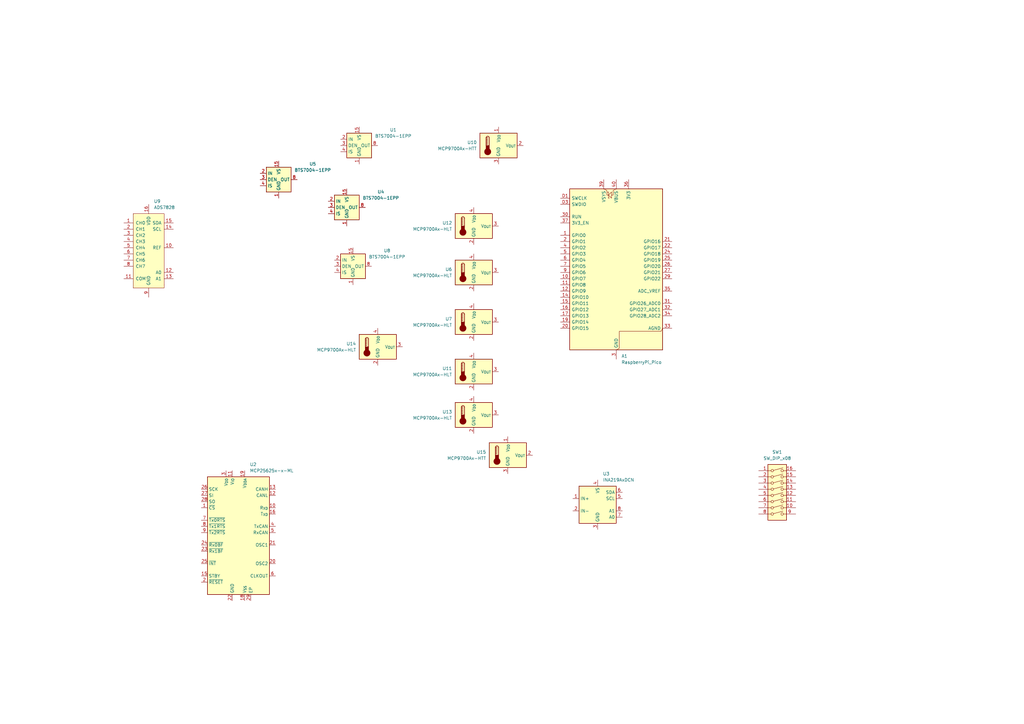
<source format=kicad_sch>
(kicad_sch (version 20250114) (generator "eeschema") (generator_version "9.0")
  (paper "A3")
  (lib_symbols
    (symbol "Analog_ADC:ADS7828" (pin_names (offset 1.016))
      (property "Reference" "U" (at -5.08 15.24 0))
      (property "Value" "ADS7828" (at 5.08 15.24 0))
      (symbol "ADS7828_0_1"
        (rectangle (start -6.35 13.97) (end 6.35 -16.51) (fill (type background)))
        (rectangle (start 6.35 -15.24) (end 6.35 -15.24))
      )
      (symbol "ADS7828_1_1"
        (pin input line (at -10.16 10.16 0) (length 3.81) (name "CH0") (number "1"))
        (pin input line (at -10.16 7.62 0) (length 3.81) (name "CH1") (number "2"))
        (pin input line (at -10.16 5.08 0) (length 3.81) (name "CH2") (number "3"))
        (pin input line (at -10.16 2.54 0) (length 3.81) (name "CH3") (number "4"))
        (pin input line (at -10.16 0 0) (length 3.81) (name "CH4") (number "5"))
        (pin input line (at -10.16 -2.54 0) (length 3.81) (name "CH5") (number "6"))
        (pin input line (at -10.16 -5.08 0) (length 3.81) (name "CH6") (number "7"))
        (pin input line (at -10.16 -7.62 0) (length 3.81) (name "CH7") (number "8"))
        (pin input line (at -10.16 -12.7 0) (length 3.81) (name "COM") (number "11"))
        (pin power_in line (at 0 17.78 270) (length 3.81) (name "VDD") (number "16"))
        (pin power_in line (at 0 -20.32 90) (length 3.81) (name "GND") (number "9"))
        (pin bidirectional line (at 10.16 10.16 180) (length 3.81) (name "SDA") (number "15"))
        (pin input line (at 10.16 7.62 180) (length 3.81) (name "SCL") (number "14"))
        (pin bidirectional line (at 10.16 0 180) (length 3.81) (name "REF") (number "10"))
        (pin input line (at 10.16 -10.16 180) (length 3.81) (name "A0") (number "12"))
        (pin input line (at 10.16 -12.7 180) (length 3.81) (name "A1") (number "13"))
      )
    )
    (symbol "Interface_CAN_LIN:MCP25625x-x-ML"
      (property "Reference" "U" (at -11.43 26.67 0))
      (property "Value" "MCP25625x-x-ML" (at 15.24 26.67 0))
      (symbol "MCP25625x-x-ML_0_1"
        (rectangle (start -12.7 25.4) (end 12.7 -22.86) (stroke (width 0.254)) (fill (type background)))
      )
      (symbol "MCP25625x-x-ML_1_0"
        (pin passive line (at 5.08 -25.4 90) (length 2.54) (name "EP") (number "29"))
      )
      (symbol "MCP25625x-x-ML_1_1"
        (pin input line (at -15.24 20.32 0) (length 2.54) (name "SCK") (number "26"))
        (pin input line (at -15.24 17.78 0) (length 2.54) (name "SI") (number "27"))
        (pin output line (at -15.24 15.24 0) (length 2.54) (name "SO") (number "28"))
        (pin input line (at -15.24 12.7 0) (length 2.54) (name "~{CS}") (number "1"))
        (pin input line (at -15.24 7.62 0) (length 2.54) (name "~{Tx0RTS}") (number "7"))
        (pin input line (at -15.24 5.08 0) (length 2.54) (name "~{Tx1RTS}") (number "8"))
        (pin input line (at -15.24 2.54 0) (length 2.54) (name "~{Tx2RTS}") (number "9"))
        (pin output line (at -15.24 -2.54 0) (length 2.54) (name "~{Rx0BF}") (number "24"))
        (pin output line (at -15.24 -5.08 0) (length 2.54) (name "~{Rx1BF}") (number "23"))
        (pin output line (at -15.24 -10.16 0) (length 2.54) (name "~{INT}") (number "25"))
        (pin input line (at -15.24 -15.24 0) (length 2.54) (name "STBY") (number "15"))
        (pin input line (at -15.24 -17.78 0) (length 2.54) (name "~{RESET}") (number "2"))
        (pin power_in line (at -5.08 27.94 270) (length 2.54) (name "V_{DD}") (number "3"))
        (pin power_in line (at -2.54 27.94 270) (length 2.54) (name "V_{IO}") (number "11"))
        (pin power_in line (at -2.54 -25.4 90) (length 2.54) (name "GND") (number "22"))
        (pin power_in line (at 2.54 27.94 270) (length 2.54) (name "V_{DDA}") (number "19"))
        (pin power_in line (at 2.54 -25.4 90) (length 2.54) (name "V_{SS}") (number "18"))
        (pin no_connect line (at 12.7 -17.78 180) (length 2.54) (hide yes) (name "NC") (number "14"))
        (pin no_connect line (at 12.7 -20.32 180) (length 2.54) (hide yes) (name "NC") (number "17"))
        (pin bidirectional line (at 15.24 20.32 180) (length 2.54) (name "CANH") (number "13"))
        (pin bidirectional line (at 15.24 17.78 180) (length 2.54) (name "CANL") (number "12"))
        (pin output line (at 15.24 12.7 180) (length 2.54) (name "R_{XD}") (number "10"))
        (pin input line (at 15.24 10.16 180) (length 2.54) (name "T_{XD}") (number "16"))
        (pin output line (at 15.24 5.08 180) (length 2.54) (name "TxCAN") (number "4"))
        (pin input line (at 15.24 2.54 180) (length 2.54) (name "RxCAN") (number "5"))
        (pin input line (at 15.24 -2.54 180) (length 2.54) (name "OSC1") (number "21"))
        (pin output line (at 15.24 -10.16 180) (length 2.54) (name "OSC2") (number "20"))
        (pin output line (at 15.24 -15.24 180) (length 2.54) (name "CLKOUT") (number "6"))
      )
    )
    (symbol "MCU_Module:RaspberryPi_Pico_Debug" (pin_names (offset 0.762))
      (property "Reference" "A" (at -19.05 35.56 0))
      (property "Value" "RaspberryPi_Pico" (at 7.62 35.56 0))
      (symbol "RaspberryPi_Pico_Debug_0_1"
        (rectangle (start -19.05 34.29) (end 19.05 -31.75) (stroke (width 0.254)) (fill (type background)))
        (polyline (pts (xy -5.08 34.29) (xy -3.81 33.655) (xy -3.81 31.75) (xy -3.175 31.75)))
        (polyline (pts (xy -3.429 32.766) (xy -3.429 33.02) (xy -3.175 33.02) (xy -3.175 30.48) (xy -2.921 30.48) (xy -2.921 30.734)))
        (polyline (pts (xy -3.175 31.75) (xy -1.905 33.02) (xy -1.905 30.48) (xy -3.175 31.75)))
        (polyline (pts (xy 0 34.29) (xy -1.27 33.655) (xy -1.27 31.75) (xy -1.905 31.75)))
        (polyline (pts (xy 0 -31.75) (xy 1.27 -31.115) (xy 1.27 -24.13) (xy 18.415 -24.13) (xy 19.05 -22.86)))
      )
      (symbol "RaspberryPi_Pico_Debug_1_1"
        (pin input line (at -22.86 30.48 0) (length 3.81) (name "SWCLK") (number "D1"))
        (pin bidirectional line (at -22.86 27.94 0) (length 3.81) (name "SWDIO") (number "D3"))
        (pin passive line (at -22.86 22.86 0) (length 3.81) (name "RUN") (number "30"))
        (pin passive line (at -22.86 20.32 0) (length 3.81) (name "3V3_EN") (number "37"))
        (pin bidirectional line (at -22.86 15.24 0) (length 3.81) (name "GPIO0") (number "1"))
        (pin bidirectional line (at -22.86 12.7 0) (length 3.81) (name "GPIO1") (number "2"))
        (pin bidirectional line (at -22.86 10.16 0) (length 3.81) (name "GPIO2") (number "4"))
        (pin bidirectional line (at -22.86 7.62 0) (length 3.81) (name "GPIO3") (number "5"))
        (pin bidirectional line (at -22.86 5.08 0) (length 3.81) (name "GPIO4") (number "6"))
        (pin bidirectional line (at -22.86 2.54 0) (length 3.81) (name "GPIO5") (number "7"))
        (pin bidirectional line (at -22.86 0 0) (length 3.81) (name "GPIO6") (number "9"))
        (pin bidirectional line (at -22.86 -2.54 0) (length 3.81) (name "GPIO7") (number "10"))
        (pin bidirectional line (at -22.86 -5.08 0) (length 3.81) (name "GPIO8") (number "11"))
        (pin bidirectional line (at -22.86 -7.62 0) (length 3.81) (name "GPIO9") (number "12"))
        (pin bidirectional line (at -22.86 -10.16 0) (length 3.81) (name "GPIO10") (number "14"))
        (pin bidirectional line (at -22.86 -12.7 0) (length 3.81) (name "GPIO11") (number "15"))
        (pin bidirectional line (at -22.86 -15.24 0) (length 3.81) (name "GPIO12") (number "16"))
        (pin bidirectional line (at -22.86 -17.78 0) (length 3.81) (name "GPIO13") (number "17"))
        (pin bidirectional line (at -22.86 -20.32 0) (length 3.81) (name "GPIO14") (number "19"))
        (pin bidirectional line (at -22.86 -22.86 0) (length 3.81) (name "GPIO15") (number "20"))
        (pin power_in line (at -5.08 38.1 270) (length 3.81) (name "VSYS") (number "39"))
        (pin power_out line (at 0 38.1 270) (length 3.81) (name "VBUS") (number "40"))
        (pin passive line (at 0 -35.56 90) (length 3.81) (hide yes) (name "GND") (number "13"))
        (pin passive line (at 0 -35.56 90) (length 3.81) (hide yes) (name "GND") (number "18"))
        (pin passive line (at 0 -35.56 90) (length 3.81) (hide yes) (name "GND") (number "23"))
        (pin passive line (at 0 -35.56 90) (length 3.81) (hide yes) (name "GND") (number "28"))
        (pin power_out line (at 0 -35.56 90) (length 3.81) (name "GND") (number "3"))
        (pin passive line (at 0 -35.56 90) (length 3.81) (hide yes) (name "GND") (number "38"))
        (pin passive line (at 0 -35.56 90) (length 3.81) (hide yes) (name "GND") (number "8"))
        (pin passive line (at 0 -35.56 90) (length 3.81) (hide yes) (name "GND") (number "D2"))
        (pin power_out line (at 5.08 38.1 270) (length 3.81) (name "3V3") (number "36"))
        (pin bidirectional line (at 22.86 12.7 180) (length 3.81) (name "GPIO16") (number "21"))
        (pin bidirectional line (at 22.86 10.16 180) (length 3.81) (name "GPIO17") (number "22"))
        (pin bidirectional line (at 22.86 7.62 180) (length 3.81) (name "GPIO18") (number "24"))
        (pin bidirectional line (at 22.86 5.08 180) (length 3.81) (name "GPIO19") (number "25"))
        (pin bidirectional line (at 22.86 2.54 180) (length 3.81) (name "GPIO20") (number "26"))
        (pin bidirectional line (at 22.86 0 180) (length 3.81) (name "GPIO21") (number "27"))
        (pin bidirectional line (at 22.86 -2.54 180) (length 3.81) (name "GPIO22") (number "29"))
        (pin power_in line (at 22.86 -7.62 180) (length 3.81) (name "ADC_VREF") (number "35"))
        (pin bidirectional line (at 22.86 -12.7 180) (length 3.81) (name "GPIO26_ADC0") (number "31"))
        (pin bidirectional line (at 22.86 -15.24 180) (length 3.81) (name "GPIO27_ADC1") (number "32"))
        (pin bidirectional line (at 22.86 -17.78 180) (length 3.81) (name "GPIO28_ADC2") (number "34"))
        (pin power_out line (at 22.86 -22.86 180) (length 3.81) (name "AGND") (number "33"))
      )
    )
    (symbol "Power_Management:BTS7004-1EPP"
      (property "Reference" "U" (at -3.81 6.35 0))
      (property "Value" "BTS7004-1EPP" (at 7.62 6.35 0))
      (symbol "BTS7004-1EPP_0_1"
        (rectangle (start -5.08 5.08) (end 5.08 -5.08) (stroke (width 0.254)) (fill (type background)))
      )
      (symbol "BTS7004-1EPP_1_1"
        (pin input line (at -7.62 2.54 0) (length 2.54) (name "IN") (number "2"))
        (pin input line (at -7.62 0 0) (length 2.54) (name "DEN") (number "3"))
        (pin output line (at -7.62 -2.54 0) (length 2.54) (name "IS") (number "4"))
        (pin power_in line (at 0 7.62 270) (length 2.54) (name "VS") (number "15"))
        (pin power_in line (at 0 -7.62 90) (length 2.54) (name "GND") (number "1"))
        (pin no_connect line (at 5.08 5.08 180) (length 2.54) (hide yes) (name "NC") (number "5"))
        (pin no_connect line (at 5.08 2.54 180) (length 2.54) (hide yes) (name "NC") (number "6"))
        (pin no_connect line (at 5.08 -2.54 180) (length 2.54) (hide yes) (name "NC") (number "7"))
        (pin no_connect line (at 5.08 -5.08 180) (length 2.54) (hide yes) (name "NC") (number "11"))
        (pin passive line (at 7.62 0 180) (length 2.54) (hide yes) (name "OUT") (number "10"))
        (pin passive line (at 7.62 0 180) (length 2.54) (hide yes) (name "OUT") (number "12"))
        (pin passive line (at 7.62 0 180) (length 2.54) (hide yes) (name "OUT") (number "13"))
        (pin passive line (at 7.62 0 180) (length 2.54) (hide yes) (name "OUT") (number "14"))
        (pin power_out line (at 7.62 0 180) (length 2.54) (name "OUT") (number "8"))
        (pin passive line (at 7.62 0 180) (length 2.54) (hide yes) (name "OUT") (number "9"))
      )
    )
    (symbol "Sensor_Energy:INA219AxDCN"
      (property "Reference" "U" (at -6.35 8.89 0))
      (property "Value" "INA219AxDCN" (at 6.35 8.89 0))
      (symbol "INA219AxDCN_0_1"
        (rectangle (start -7.62 7.62) (end 7.62 -7.62) (stroke (width 0.254)) (fill (type background)))
      )
      (symbol "INA219AxDCN_1_1"
        (pin input line (at -10.16 2.54 0) (length 2.54) (name "IN+") (number "1"))
        (pin input line (at -10.16 -2.54 0) (length 2.54) (name "IN-") (number "2"))
        (pin power_in line (at 0 10.16 270) (length 2.54) (name "VS") (number "4"))
        (pin power_in line (at 0 -10.16 90) (length 2.54) (name "GND") (number "3"))
        (pin bidirectional line (at 10.16 5.08 180) (length 2.54) (name "SDA") (number "6"))
        (pin input line (at 10.16 2.54 180) (length 2.54) (name "SCL") (number "5"))
        (pin input line (at 10.16 -2.54 180) (length 2.54) (name "A1") (number "8"))
        (pin input line (at 10.16 -5.08 180) (length 2.54) (name "A0") (number "7"))
      )
    )
    (symbol "Sensor_Temperature:MCP9700Ax-HLT"
      (property "Reference" "U" (at -6.35 6.35 0))
      (property "Value" "MCP9700Ax-HLT" (at 1.27 6.35 0))
      (symbol "MCP9700Ax-HLT_0_1"
        (rectangle (start -7.62 5.08) (end 7.62 -5.08) (stroke (width 0.254)) (fill (type background)))
        (polyline (pts (xy -5.08 3.175) (xy -5.08 0)) (stroke (width 0.254)))
        (polyline (pts (xy -5.08 3.175) (xy -4.445 3.175)) (stroke (width 0.254)))
        (polyline (pts (xy -5.08 2.54) (xy -4.445 2.54)) (stroke (width 0.254)))
        (polyline (pts (xy -5.08 1.905) (xy -4.445 1.905)) (stroke (width 0.254)))
        (polyline (pts (xy -5.08 1.27) (xy -4.445 1.27)) (stroke (width 0.254)))
        (polyline (pts (xy -5.08 0.635) (xy -4.445 0.635)) (stroke (width 0.254)))
        (arc (start -5.08 3.175) (mid -4.445 3.8073) (end -3.81 3.175) (stroke (width 0.254)))
        (circle (center -4.445 -2.54) (radius 1.27) (stroke (width 0.254)) (fill (type outline)))
        (polyline (pts (xy -3.81 3.175) (xy -3.81 0)) (stroke (width 0.254)))
        (rectangle (start -3.81 -1.905) (end -5.08 0) (stroke (width 0.254)) (fill (type outline)))
      )
      (symbol "MCP9700Ax-HLT_1_1"
        (pin power_in line (at 0 7.62 270) (length 2.54) (name "V_{DD}") (number "4"))
        (pin power_in line (at 0 -7.62 90) (length 2.54) (name "GND") (number "2"))
        (pin no_connect line (at 7.62 2.54 180) (length 2.54) (hide yes) (name "NC") (number "5"))
        (pin no_connect line (at 7.62 -2.54 180) (length 2.54) (hide yes) (name "NC") (number "1"))
        (pin output line (at 10.16 0 180) (length 2.54) (name "V_{OUT}") (number "3"))
      )
    )
    (symbol "Sensor_Temperature:MCP9700Ax-HTT"
      (property "Reference" "U" (at -6.35 6.35 0))
      (property "Value" "MCP9700Ax-HTT" (at 1.27 6.35 0))
      (symbol "MCP9700Ax-HTT_0_1"
        (rectangle (start -7.62 5.08) (end 7.62 -5.08) (stroke (width 0.254)) (fill (type background)))
        (polyline (pts (xy -5.08 3.175) (xy -5.08 0)) (stroke (width 0.254)))
        (polyline (pts (xy -5.08 3.175) (xy -4.445 3.175)) (stroke (width 0.254)))
        (polyline (pts (xy -5.08 2.54) (xy -4.445 2.54)) (stroke (width 0.254)))
        (polyline (pts (xy -5.08 1.905) (xy -4.445 1.905)) (stroke (width 0.254)))
        (polyline (pts (xy -5.08 1.27) (xy -4.445 1.27)) (stroke (width 0.254)))
        (polyline (pts (xy -5.08 0.635) (xy -4.445 0.635)) (stroke (width 0.254)))
        (arc (start -5.08 3.175) (mid -4.445 3.8073) (end -3.81 3.175) (stroke (width 0.254)))
        (circle (center -4.445 -2.54) (radius 1.27) (stroke (width 0.254)) (fill (type outline)))
        (polyline (pts (xy -3.81 3.175) (xy -3.81 0)) (stroke (width 0.254)))
        (rectangle (start -3.81 -1.905) (end -5.08 0) (stroke (width 0.254)) (fill (type outline)))
      )
      (symbol "MCP9700Ax-HTT_1_1"
        (pin power_in line (at 0 7.62 270) (length 2.54) (name "V_{DD}") (number "1"))
        (pin power_in line (at 0 -7.62 90) (length 2.54) (name "GND") (number "3"))
        (pin output line (at 10.16 0 180) (length 2.54) (name "V_{OUT}") (number "2"))
      )
    )
    (symbol "Switch:SW_DIP_x08" (pin_names (offset 0) (hide yes))
      (property "Reference" "SW" (at 0 13.97 0))
      (property "Value" "SW_DIP_x08" (at 0 -11.43 0))
      (symbol "SW_DIP_x08_0_0"
        (circle (center -2.032 10.16) (radius 0.508))
        (circle (center -2.032 7.62) (radius 0.508))
        (circle (center -2.032 5.08) (radius 0.508))
        (circle (center -2.032 2.54) (radius 0.508))
        (circle (center -2.032 0) (radius 0.508))
        (circle (center -2.032 -2.54) (radius 0.508))
        (circle (center -2.032 -5.08) (radius 0.508))
        (circle (center -2.032 -7.62) (radius 0.508))
        (polyline (pts (xy -1.524 10.287) (xy 2.3622 11.3284)))
        (polyline (pts (xy -1.524 7.747) (xy 2.3622 8.7884)))
        (polyline (pts (xy -1.524 5.207) (xy 2.3622 6.2484)))
        (polyline (pts (xy -1.524 2.667) (xy 2.3622 3.7084)))
        (polyline (pts (xy -1.524 0.127) (xy 2.3622 1.1684)))
        (polyline (pts (xy -1.524 -2.3876) (xy 2.3622 -1.3462)))
        (polyline (pts (xy -1.524 -4.9276) (xy 2.3622 -3.8862)))
        (polyline (pts (xy -1.524 -7.4676) (xy 2.3622 -6.4262)))
        (circle (center 2.032 10.16) (radius 0.508))
        (circle (center 2.032 7.62) (radius 0.508))
        (circle (center 2.032 5.08) (radius 0.508))
        (circle (center 2.032 2.54) (radius 0.508))
        (circle (center 2.032 0) (radius 0.508))
        (circle (center 2.032 -2.54) (radius 0.508))
        (circle (center 2.032 -5.08) (radius 0.508))
        (circle (center 2.032 -7.62) (radius 0.508))
      )
      (symbol "SW_DIP_x08_0_1"
        (rectangle (start -3.81 12.7) (end 3.81 -10.16) (stroke (width 0.254)) (fill (type background)))
      )
      (symbol "SW_DIP_x08_1_1"
        (pin passive line (at -7.62 10.16 0) (length 5.08) (name "~") (number "1"))
        (pin passive line (at -7.62 7.62 0) (length 5.08) (name "~") (number "2"))
        (pin passive line (at -7.62 5.08 0) (length 5.08) (name "~") (number "3"))
        (pin passive line (at -7.62 2.54 0) (length 5.08) (name "~") (number "4"))
        (pin passive line (at -7.62 0 0) (length 5.08) (name "~") (number "5"))
        (pin passive line (at -7.62 -2.54 0) (length 5.08) (name "~") (number "6"))
        (pin passive line (at -7.62 -5.08 0) (length 5.08) (name "~") (number "7"))
        (pin passive line (at -7.62 -7.62 0) (length 5.08) (name "~") (number "8"))
        (pin passive line (at 7.62 10.16 180) (length 5.08) (name "~") (number "16"))
        (pin passive line (at 7.62 7.62 180) (length 5.08) (name "~") (number "15"))
        (pin passive line (at 7.62 5.08 180) (length 5.08) (name "~") (number "14"))
        (pin passive line (at 7.62 2.54 180) (length 5.08) (name "~") (number "13"))
        (pin passive line (at 7.62 0 180) (length 5.08) (name "~") (number "12"))
        (pin passive line (at 7.62 -2.54 180) (length 5.08) (name "~") (number "11"))
        (pin passive line (at 7.62 -5.08 180) (length 5.08) (name "~") (number "10"))
        (pin passive line (at 7.62 -7.62 180) (length 5.08) (name "~") (number "9"))
      )
    )
  )
  (symbol (lib_id "Power_Management:BTS7004-1EPP") (at 144.78 109.22 0) (unit 1)
    (property "Reference" "U8" (at 158.75 102.7998 0))
    (property "Value" "BTS7004-1EPP" (at 158.75 105.3398 0))
    (property "Footprint" "Package_SO:Infineon_PG-TSDSO-14-22" (effects (hide yes)))
    (property "Datasheet" "https://www.infineon.com/dgdl/Infineon-BTS7004-1EPP-DS-v01_00-EN.pdf?fileId=5546d4626102d35a016147550a725555" (effects (hide yes)))
    (property "Description" "Smart High-Side Power Switch, PROFET, One Channel, 12V, 15A, Rds(on) 4.4mΩ, PG-TSDSO-14-22" (effects (hide yes)))
  )
  (symbol (lib_id "Sensor_Temperature:MCP9700Ax-HTT") (at 204.47 59.69 0) (unit 1)
    (property "Reference" "U10" (at 195.58 58.4199 0) (effects (justify right)))
    (property "Value" "MCP9700Ax-HTT" (at 195.58 60.9599 0) (effects (justify right)))
    (property "Footprint" "Package_TO_SOT_SMD:SOT-23" (effects (hide yes)))
    (property "Datasheet" "http://ww1.microchip.com/downloads/en/devicedoc/20001942g.pdf" (effects (hide yes)))
    (property "Description" "Low power, analog thermistor temperature sensor, ±2C accuracy, -40C to +150C, in SOT-23-3" (effects (hide yes)))
  )
  (symbol (lib_id "Power_Management:BTS7004-1EPP") (at 147.32 59.69 0) (unit 1)
    (property "Reference" "U1" (at 161.29 53.2698 0))
    (property "Value" "BTS7004-1EPP" (at 161.29 55.8098 0))
    (property "Footprint" "Package_SO:Infineon_PG-TSDSO-14-22" (effects (hide yes)))
    (property "Datasheet" "https://www.infineon.com/dgdl/Infineon-BTS7004-1EPP-DS-v01_00-EN.pdf?fileId=5546d4626102d35a016147550a725555" (effects (hide yes)))
    (property "Description" "Smart High-Side Power Switch, PROFET, One Channel, 12V, 15A, Rds(on) 4.4mΩ, PG-TSDSO-14-22" (effects (hide yes)))
  )
  (symbol (lib_id "Sensor_Temperature:MCP9700Ax-HLT") (at 194.31 170.18 0) (unit 1)
    (property "Reference" "U13" (at 185.42 168.9099 0) (effects (justify right)))
    (property "Value" "MCP9700Ax-HLT" (at 185.42 171.4499 0) (effects (justify right)))
    (property "Footprint" "Package_TO_SOT_SMD:SOT-353_SC-70-5" (effects (hide yes)))
    (property "Datasheet" "http://ww1.microchip.com/downloads/en/devicedoc/20001942g.pdf" (effects (hide yes)))
    (property "Description" "Low power, analog thermistor temperature sensor, ±2C accuracy, -40C to +150C, in SC-70-5" (effects (hide yes)))
  )
  (symbol (lib_id "Power_Management:BTS7004-1EPP") (at 142.24 85.09 0) (unit 1)
    (property "Reference" "U4" (at 156.21 78.6698 0))
    (property "Value" "BTS7004-1EPP" (at 156.21 81.2098 0))
    (property "Footprint" "Package_SO:Infineon_PG-TSDSO-14-22" (effects (hide yes)))
    (property "Datasheet" "https://www.infineon.com/dgdl/Infineon-BTS7004-1EPP-DS-v01_00-EN.pdf?fileId=5546d4626102d35a016147550a725555" (effects (hide yes)))
    (property "Description" "Smart High-Side Power Switch, PROFET, One Channel, 12V, 15A, Rds(on) 4.4mΩ, PG-TSDSO-14-22" (effects (hide yes)))
  )
  (symbol (lib_id "MCU_Module:RaspberryPi_Pico_Debug") (at 252.73 111.76 0) (unit 1)
    (property "Reference" "A1" (at 254.8733 146.05 0) (effects (justify left)))
    (property "Value" "RaspberryPi_Pico" (at 254.8733 148.59 0) (effects (justify left)))
    (property "Footprint" "Module:RaspberryPi_Pico_SMD_HandSolder" (effects (hide yes)))
    (property "Datasheet" "https://datasheets.raspberrypi.com/pico/pico-datasheet.pdf" (effects (hide yes)))
    (property "Description" "Versatile and inexpensive microcontroller module (with debug pins) powered by RP2040 dual-core Arm Cortex-M0+ processor up to 133 MHz, 264kB SRAM, 2MB QSPI flash; also supports Raspberry Pi Pico 2" (effects (hide yes)))
  )
  (symbol (lib_id "Sensor_Temperature:MCP9700Ax-HLT") (at 194.31 92.71 0) (unit 1)
    (property "Reference" "U12" (at 185.42 91.4399 0) (effects (justify right)))
    (property "Value" "MCP9700Ax-HLT" (at 185.42 93.9799 0) (effects (justify right)))
    (property "Footprint" "Package_TO_SOT_SMD:SOT-353_SC-70-5" (effects (hide yes)))
    (property "Datasheet" "http://ww1.microchip.com/downloads/en/devicedoc/20001942g.pdf" (effects (hide yes)))
    (property "Description" "Low power, analog thermistor temperature sensor, ±2C accuracy, -40C to +150C, in SC-70-5" (effects (hide yes)))
  )
  (symbol (lib_id "Switch:SW_DIP_x08") (at 318.77 203.2 0) (unit 1)
    (property "Reference" "SW1" (at 318.77 185.42 0))
    (property "Value" "SW_DIP_x08" (at 318.77 187.96 0))
    (property "Description" "8x DIP Switch, Single Pole Single Throw (SPST) switch, small symbol" (effects (hide yes)))
  )
  (symbol (lib_id "Sensor_Temperature:MCP9700Ax-HLT") (at 194.31 111.76 0) (unit 1)
    (property "Reference" "U6" (at 185.42 110.4899 0) (effects (justify right)))
    (property "Value" "MCP9700Ax-HLT" (at 185.42 113.0299 0) (effects (justify right)))
    (property "Footprint" "Package_TO_SOT_SMD:SOT-353_SC-70-5" (effects (hide yes)))
    (property "Datasheet" "http://ww1.microchip.com/downloads/en/devicedoc/20001942g.pdf" (effects (hide yes)))
    (property "Description" "Low power, analog thermistor temperature sensor, ±2C accuracy, -40C to +150C, in SC-70-5" (effects (hide yes)))
  )
  (symbol (lib_id "Sensor_Energy:INA219AxDCN") (at 245.11 207.01 0) (unit 1)
    (property "Reference" "U3" (at 247.2533 194.31 0) (effects (justify left)))
    (property "Value" "INA219AxDCN" (at 247.2533 196.85 0) (effects (justify left)))
    (property "Footprint" "Package_TO_SOT_SMD:SOT-23-8" (effects (hide yes)))
    (property "Datasheet" "http://www.ti.com/lit/ds/symlink/ina219.pdf" (effects (hide yes)))
    (property "Description" "Zero-Drift, Bidirectional Current/Power Monitor (0-26V) With I2C Interface, SOT-23-8" (effects (hide yes)))
  )
  (symbol (lib_id "Analog_ADC:ADS7828") (at 60.96 101.6 0) (unit 1)
    (property "Reference" "U9" (at 63.1033 82.55 0) (effects (justify left)))
    (property "Value" "ADS7828" (at 63.1033 85.09 0) (effects (justify left)))
    (property "Footprint" "Package_SO:TSSOP-16_4.4x5mm_P0.65mm" (effects (hide yes)))
    (property "Datasheet" "http://www.ti.com/lit/ds/symlink/ads7828.pdf" (effects (hide yes)))
    (property "Description" "12-Bits, 8-Channels, ADC, I2C, TSSOP-16" (effects (hide yes)))
  )
  (symbol (lib_id "Sensor_Temperature:MCP9700Ax-HLT") (at 194.31 152.4 0) (unit 1)
    (property "Reference" "U11" (at 185.42 151.1299 0) (effects (justify right)))
    (property "Value" "MCP9700Ax-HLT" (at 185.42 153.6699 0) (effects (justify right)))
    (property "Footprint" "Package_TO_SOT_SMD:SOT-353_SC-70-5" (effects (hide yes)))
    (property "Datasheet" "http://ww1.microchip.com/downloads/en/devicedoc/20001942g.pdf" (effects (hide yes)))
    (property "Description" "Low power, analog thermistor temperature sensor, ±2C accuracy, -40C to +150C, in SC-70-5" (effects (hide yes)))
  )
  (symbol (lib_id "Sensor_Temperature:MCP9700Ax-HTT") (at 208.28 186.69 0) (unit 1)
    (property "Reference" "U15" (at 199.39 185.4199 0) (effects (justify right)))
    (property "Value" "MCP9700Ax-HTT" (at 199.39 187.9599 0) (effects (justify right)))
    (property "Footprint" "Package_TO_SOT_SMD:SOT-23" (effects (hide yes)))
    (property "Datasheet" "http://ww1.microchip.com/downloads/en/devicedoc/20001942g.pdf" (effects (hide yes)))
    (property "Description" "Low power, analog thermistor temperature sensor, ±2C accuracy, -40C to +150C, in SOT-23-3" (effects (hide yes)))
  )
  (symbol (lib_id "Sensor_Temperature:MCP9700Ax-HLT") (at 154.94 142.24 0) (unit 1)
    (property "Reference" "U14" (at 146.05 140.9699 0) (effects (justify right)))
    (property "Value" "MCP9700Ax-HLT" (at 146.05 143.5099 0) (effects (justify right)))
    (property "Footprint" "Package_TO_SOT_SMD:SOT-353_SC-70-5" (effects (hide yes)))
    (property "Datasheet" "http://ww1.microchip.com/downloads/en/devicedoc/20001942g.pdf" (effects (hide yes)))
    (property "Description" "Low power, analog thermistor temperature sensor, ±2C accuracy, -40C to +150C, in SC-70-5" (effects (hide yes)))
  )
  (symbol (lib_id "Power_Management:BTS7004-1EPP") (at 114.3 73.66 0) (unit 1)
    (property "Reference" "U5" (at 128.27 67.2398 0))
    (property "Value" "BTS7004-1EPP" (at 128.27 69.7798 0))
    (property "Footprint" "Package_SO:Infineon_PG-TSDSO-14-22" (effects (hide yes)))
    (property "Datasheet" "https://www.infineon.com/dgdl/Infineon-BTS7004-1EPP-DS-v01_00-EN.pdf?fileId=5546d4626102d35a016147550a725555" (effects (hide yes)))
    (property "Description" "Smart High-Side Power Switch, PROFET, One Channel, 12V, 15A, Rds(on) 4.4mΩ, PG-TSDSO-14-22" (effects (hide yes)))
  )
  (symbol (lib_id "Sensor_Temperature:MCP9700Ax-HLT") (at 194.31 132.08 0) (unit 1)
    (property "Reference" "U7" (at 185.42 130.8099 0) (effects (justify right)))
    (property "Value" "MCP9700Ax-HLT" (at 185.42 133.3499 0) (effects (justify right)))
    (property "Footprint" "Package_TO_SOT_SMD:SOT-353_SC-70-5" (effects (hide yes)))
    (property "Datasheet" "http://ww1.microchip.com/downloads/en/devicedoc/20001942g.pdf" (effects (hide yes)))
    (property "Description" "Low power, analog thermistor temperature sensor, ±2C accuracy, -40C to +150C, in SC-70-5" (effects (hide yes)))
  )
  (symbol (lib_id "Interface_CAN_LIN:MCP25625x-x-ML") (at 97.79 220.98 0) (unit 1)
    (property "Reference" "U2" (at 102.4733 190.5 0) (effects (justify left)))
    (property "Value" "MCP25625x-x-ML" (at 102.4733 193.04 0) (effects (justify left)))
    (property "Footprint" "Package_DFN_QFN:QFN-28-1EP_6x6mm_P0.65mm_EP4.25x4.25mm" (effects (hide yes)))
    (property "Datasheet" "https://ww1.microchip.com/downloads/aemDocuments/documents/OTH/ProductDocuments/DataSheets/MCP25625-CAN-Controller-Data-Sheet-20005282C.pdf" (effects (hide yes)))
    (property "Description" "Stand-Alone CAN Controller with SPI Interface and integated Transceiver, VQFN-28" (effects (hide yes)))
  )
)
</source>
